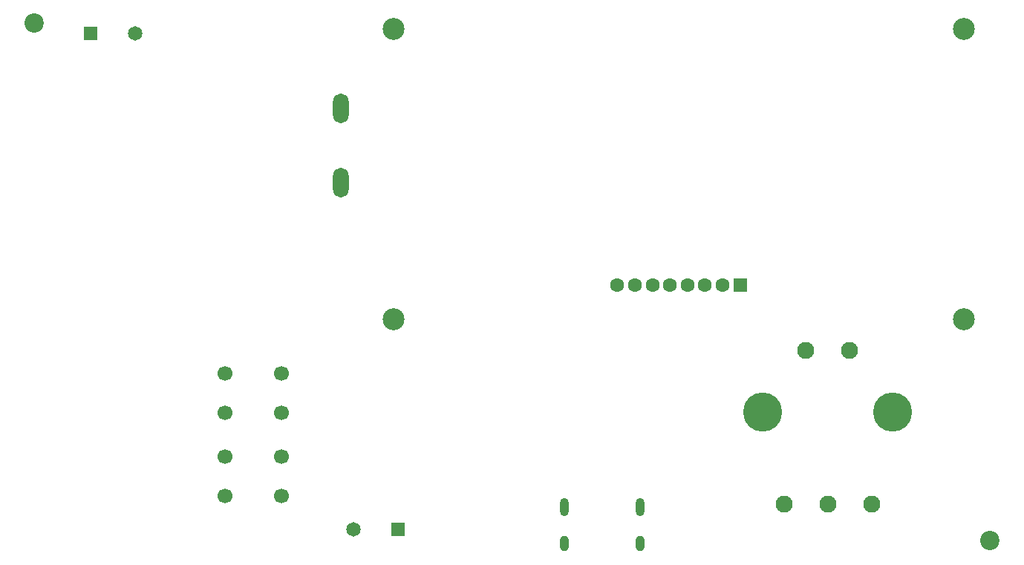
<source format=gbr>
%TF.GenerationSoftware,KiCad,Pcbnew,9.0.5*%
%TF.CreationDate,2025-10-16T17:25:57-04:00*%
%TF.ProjectId,phoenix_v2,70686f65-6e69-4785-9f76-322e6b696361,v3*%
%TF.SameCoordinates,Original*%
%TF.FileFunction,Soldermask,Bot*%
%TF.FilePolarity,Negative*%
%FSLAX46Y46*%
G04 Gerber Fmt 4.6, Leading zero omitted, Abs format (unit mm)*
G04 Created by KiCad (PCBNEW 9.0.5) date 2025-10-16 17:25:57*
%MOMM*%
%LPD*%
G01*
G04 APERTURE LIST*
%ADD10C,1.700000*%
%ADD11R,1.650000X1.650000*%
%ADD12C,1.650000*%
%ADD13O,1.000000X2.100000*%
%ADD14O,1.000000X1.800000*%
%ADD15C,2.200000*%
%ADD16C,1.950000*%
%ADD17C,4.460000*%
%ADD18C,2.500000*%
%ADD19R,1.600000X1.600000*%
%ADD20C,1.600000*%
%ADD21O,1.800000X3.400000*%
G04 APERTURE END LIST*
D10*
%TO.C,SW2*%
X106950000Y-121600000D03*
X113450000Y-121600000D03*
X106950000Y-126100000D03*
X113450000Y-126100000D03*
%TD*%
D11*
%TO.C,J2*%
X91660000Y-73350000D03*
D12*
X96740000Y-73350000D03*
%TD*%
D11*
%TO.C,J3*%
X126740000Y-129850000D03*
D12*
X121660000Y-129850000D03*
%TD*%
D13*
%TO.C,J1*%
X145630000Y-127320000D03*
D14*
X145630000Y-131500000D03*
D13*
X154270000Y-127320000D03*
D14*
X154270000Y-131500000D03*
%TD*%
D15*
%TO.C,REF\u002A\u002A*%
X85200000Y-72100000D03*
%TD*%
%TO.C,REF\u002A\u002A*%
X194200000Y-131100000D03*
%TD*%
D16*
%TO.C,SW3*%
X170700000Y-127000000D03*
X175700000Y-127000000D03*
X180700000Y-127000000D03*
D17*
X168300000Y-116500000D03*
X183100000Y-116500000D03*
D16*
X173200000Y-109500000D03*
X178200000Y-109500000D03*
%TD*%
D10*
%TO.C,SW1*%
X106950000Y-112100000D03*
X113450000Y-112100000D03*
X106950000Y-116600000D03*
X113450000Y-116600000D03*
%TD*%
D18*
%TO.C,U1*%
X126200000Y-72800000D03*
X126200000Y-105900000D03*
X191200000Y-72800000D03*
X191200000Y-105900000D03*
D19*
X165700000Y-102000000D03*
D20*
X163700000Y-102000000D03*
X161700000Y-102000000D03*
X159700000Y-102000000D03*
X157700000Y-102000000D03*
X155700000Y-102000000D03*
X153700000Y-102000000D03*
X151700000Y-102000000D03*
D21*
X120150000Y-90350000D03*
X120150000Y-81850000D03*
%TD*%
M02*

</source>
